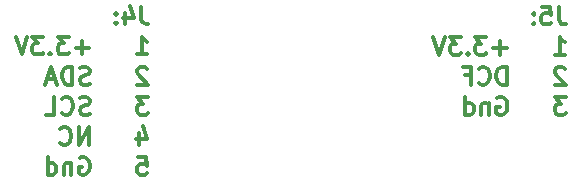
<source format=gbr>
G04 #@! TF.GenerationSoftware,KiCad,Pcbnew,(5.1.5)-3*
G04 #@! TF.CreationDate,2020-06-15T16:44:31+02:00*
G04 #@! TF.ProjectId,HB-RF-ETH,48422d52-462d-4455-9448-2e6b69636164,rev?*
G04 #@! TF.SameCoordinates,Original*
G04 #@! TF.FileFunction,Legend,Bot*
G04 #@! TF.FilePolarity,Positive*
%FSLAX46Y46*%
G04 Gerber Fmt 4.6, Leading zero omitted, Abs format (unit mm)*
G04 Created by KiCad (PCBNEW (5.1.5)-3) date 2020-06-15 16:44:31*
%MOMM*%
%LPD*%
G04 APERTURE LIST*
%ADD10C,0.300000*%
%ADD11R,1.800000X1.800000*%
%ADD12C,1.800000*%
%ADD13C,5.300000*%
%ADD14C,1.300000*%
%ADD15C,1.700000*%
%ADD16O,2.700000X1.500000*%
%ADD17C,0.100000*%
%ADD18C,3.450000*%
%ADD19C,1.900000*%
%ADD20R,1.900000X1.900000*%
%ADD21O,1.900000X1.900000*%
%ADD22O,1.290000X2.200000*%
%ADD23O,1.250000X1.800000*%
%ADD24C,0.750000*%
%ADD25R,2.800000X2.800000*%
%ADD26O,2.800000X2.800000*%
%ADD27C,2.200000*%
G04 APERTURE END LIST*
D10*
X141259285Y-96953571D02*
X141259285Y-98025000D01*
X141330714Y-98239285D01*
X141473571Y-98382142D01*
X141687857Y-98453571D01*
X141830714Y-98453571D01*
X139830714Y-96953571D02*
X140545000Y-96953571D01*
X140616428Y-97667857D01*
X140545000Y-97596428D01*
X140402142Y-97525000D01*
X140045000Y-97525000D01*
X139902142Y-97596428D01*
X139830714Y-97667857D01*
X139759285Y-97810714D01*
X139759285Y-98167857D01*
X139830714Y-98310714D01*
X139902142Y-98382142D01*
X140045000Y-98453571D01*
X140402142Y-98453571D01*
X140545000Y-98382142D01*
X140616428Y-98310714D01*
X139116428Y-98310714D02*
X139045000Y-98382142D01*
X139116428Y-98453571D01*
X139187857Y-98382142D01*
X139116428Y-98310714D01*
X139116428Y-98453571D01*
X139116428Y-97525000D02*
X139045000Y-97596428D01*
X139116428Y-97667857D01*
X139187857Y-97596428D01*
X139116428Y-97525000D01*
X139116428Y-97667857D01*
X140902142Y-101003571D02*
X141759285Y-101003571D01*
X141330714Y-101003571D02*
X141330714Y-99503571D01*
X141473571Y-99717857D01*
X141616428Y-99860714D01*
X141759285Y-99932142D01*
X136830714Y-100432142D02*
X135687857Y-100432142D01*
X136259285Y-101003571D02*
X136259285Y-99860714D01*
X135116428Y-99503571D02*
X134187857Y-99503571D01*
X134687857Y-100075000D01*
X134473571Y-100075000D01*
X134330714Y-100146428D01*
X134259285Y-100217857D01*
X134187857Y-100360714D01*
X134187857Y-100717857D01*
X134259285Y-100860714D01*
X134330714Y-100932142D01*
X134473571Y-101003571D01*
X134902142Y-101003571D01*
X135045000Y-100932142D01*
X135116428Y-100860714D01*
X133545000Y-100860714D02*
X133473571Y-100932142D01*
X133545000Y-101003571D01*
X133616428Y-100932142D01*
X133545000Y-100860714D01*
X133545000Y-101003571D01*
X132973571Y-99503571D02*
X132045000Y-99503571D01*
X132545000Y-100075000D01*
X132330714Y-100075000D01*
X132187857Y-100146428D01*
X132116428Y-100217857D01*
X132045000Y-100360714D01*
X132045000Y-100717857D01*
X132116428Y-100860714D01*
X132187857Y-100932142D01*
X132330714Y-101003571D01*
X132759285Y-101003571D01*
X132902142Y-100932142D01*
X132973571Y-100860714D01*
X131616428Y-99503571D02*
X131116428Y-101003571D01*
X130616428Y-99503571D01*
X141759285Y-102196428D02*
X141687857Y-102125000D01*
X141545000Y-102053571D01*
X141187857Y-102053571D01*
X141045000Y-102125000D01*
X140973571Y-102196428D01*
X140902142Y-102339285D01*
X140902142Y-102482142D01*
X140973571Y-102696428D01*
X141830714Y-103553571D01*
X140902142Y-103553571D01*
X136830714Y-103553571D02*
X136830714Y-102053571D01*
X136473571Y-102053571D01*
X136259285Y-102125000D01*
X136116428Y-102267857D01*
X136045000Y-102410714D01*
X135973571Y-102696428D01*
X135973571Y-102910714D01*
X136045000Y-103196428D01*
X136116428Y-103339285D01*
X136259285Y-103482142D01*
X136473571Y-103553571D01*
X136830714Y-103553571D01*
X134473571Y-103410714D02*
X134545000Y-103482142D01*
X134759285Y-103553571D01*
X134902142Y-103553571D01*
X135116428Y-103482142D01*
X135259285Y-103339285D01*
X135330714Y-103196428D01*
X135402142Y-102910714D01*
X135402142Y-102696428D01*
X135330714Y-102410714D01*
X135259285Y-102267857D01*
X135116428Y-102125000D01*
X134902142Y-102053571D01*
X134759285Y-102053571D01*
X134545000Y-102125000D01*
X134473571Y-102196428D01*
X133330714Y-102767857D02*
X133830714Y-102767857D01*
X133830714Y-103553571D02*
X133830714Y-102053571D01*
X133116428Y-102053571D01*
X141830714Y-104603571D02*
X140902142Y-104603571D01*
X141402142Y-105175000D01*
X141187857Y-105175000D01*
X141045000Y-105246428D01*
X140973571Y-105317857D01*
X140902142Y-105460714D01*
X140902142Y-105817857D01*
X140973571Y-105960714D01*
X141045000Y-106032142D01*
X141187857Y-106103571D01*
X141616428Y-106103571D01*
X141759285Y-106032142D01*
X141830714Y-105960714D01*
X136045000Y-104675000D02*
X136187857Y-104603571D01*
X136402142Y-104603571D01*
X136616428Y-104675000D01*
X136759285Y-104817857D01*
X136830714Y-104960714D01*
X136902142Y-105246428D01*
X136902142Y-105460714D01*
X136830714Y-105746428D01*
X136759285Y-105889285D01*
X136616428Y-106032142D01*
X136402142Y-106103571D01*
X136259285Y-106103571D01*
X136045000Y-106032142D01*
X135973571Y-105960714D01*
X135973571Y-105460714D01*
X136259285Y-105460714D01*
X135330714Y-105103571D02*
X135330714Y-106103571D01*
X135330714Y-105246428D02*
X135259285Y-105175000D01*
X135116428Y-105103571D01*
X134902142Y-105103571D01*
X134759285Y-105175000D01*
X134687857Y-105317857D01*
X134687857Y-106103571D01*
X133330714Y-106103571D02*
X133330714Y-104603571D01*
X133330714Y-106032142D02*
X133473571Y-106103571D01*
X133759285Y-106103571D01*
X133902142Y-106032142D01*
X133973571Y-105960714D01*
X134045000Y-105817857D01*
X134045000Y-105389285D01*
X133973571Y-105246428D01*
X133902142Y-105175000D01*
X133759285Y-105103571D01*
X133473571Y-105103571D01*
X133330714Y-105175000D01*
X105902485Y-96943571D02*
X105902485Y-98015000D01*
X105973914Y-98229285D01*
X106116771Y-98372142D01*
X106331057Y-98443571D01*
X106473914Y-98443571D01*
X104545342Y-97443571D02*
X104545342Y-98443571D01*
X104902485Y-96872142D02*
X105259628Y-97943571D01*
X104331057Y-97943571D01*
X103759628Y-98300714D02*
X103688200Y-98372142D01*
X103759628Y-98443571D01*
X103831057Y-98372142D01*
X103759628Y-98300714D01*
X103759628Y-98443571D01*
X103759628Y-97515000D02*
X103688200Y-97586428D01*
X103759628Y-97657857D01*
X103831057Y-97586428D01*
X103759628Y-97515000D01*
X103759628Y-97657857D01*
X105545342Y-100993571D02*
X106402485Y-100993571D01*
X105973914Y-100993571D02*
X105973914Y-99493571D01*
X106116771Y-99707857D01*
X106259628Y-99850714D01*
X106402485Y-99922142D01*
X101473914Y-100422142D02*
X100331057Y-100422142D01*
X100902485Y-100993571D02*
X100902485Y-99850714D01*
X99759628Y-99493571D02*
X98831057Y-99493571D01*
X99331057Y-100065000D01*
X99116771Y-100065000D01*
X98973914Y-100136428D01*
X98902485Y-100207857D01*
X98831057Y-100350714D01*
X98831057Y-100707857D01*
X98902485Y-100850714D01*
X98973914Y-100922142D01*
X99116771Y-100993571D01*
X99545342Y-100993571D01*
X99688200Y-100922142D01*
X99759628Y-100850714D01*
X98188200Y-100850714D02*
X98116771Y-100922142D01*
X98188200Y-100993571D01*
X98259628Y-100922142D01*
X98188200Y-100850714D01*
X98188200Y-100993571D01*
X97616771Y-99493571D02*
X96688200Y-99493571D01*
X97188200Y-100065000D01*
X96973914Y-100065000D01*
X96831057Y-100136428D01*
X96759628Y-100207857D01*
X96688200Y-100350714D01*
X96688200Y-100707857D01*
X96759628Y-100850714D01*
X96831057Y-100922142D01*
X96973914Y-100993571D01*
X97402485Y-100993571D01*
X97545342Y-100922142D01*
X97616771Y-100850714D01*
X96259628Y-99493571D02*
X95759628Y-100993571D01*
X95259628Y-99493571D01*
X106402485Y-102186428D02*
X106331057Y-102115000D01*
X106188200Y-102043571D01*
X105831057Y-102043571D01*
X105688200Y-102115000D01*
X105616771Y-102186428D01*
X105545342Y-102329285D01*
X105545342Y-102472142D01*
X105616771Y-102686428D01*
X106473914Y-103543571D01*
X105545342Y-103543571D01*
X101545342Y-103472142D02*
X101331057Y-103543571D01*
X100973914Y-103543571D01*
X100831057Y-103472142D01*
X100759628Y-103400714D01*
X100688200Y-103257857D01*
X100688200Y-103115000D01*
X100759628Y-102972142D01*
X100831057Y-102900714D01*
X100973914Y-102829285D01*
X101259628Y-102757857D01*
X101402485Y-102686428D01*
X101473914Y-102615000D01*
X101545342Y-102472142D01*
X101545342Y-102329285D01*
X101473914Y-102186428D01*
X101402485Y-102115000D01*
X101259628Y-102043571D01*
X100902485Y-102043571D01*
X100688200Y-102115000D01*
X100045342Y-103543571D02*
X100045342Y-102043571D01*
X99688200Y-102043571D01*
X99473914Y-102115000D01*
X99331057Y-102257857D01*
X99259628Y-102400714D01*
X99188200Y-102686428D01*
X99188200Y-102900714D01*
X99259628Y-103186428D01*
X99331057Y-103329285D01*
X99473914Y-103472142D01*
X99688200Y-103543571D01*
X100045342Y-103543571D01*
X98616771Y-103115000D02*
X97902485Y-103115000D01*
X98759628Y-103543571D02*
X98259628Y-102043571D01*
X97759628Y-103543571D01*
X106473914Y-104593571D02*
X105545342Y-104593571D01*
X106045342Y-105165000D01*
X105831057Y-105165000D01*
X105688200Y-105236428D01*
X105616771Y-105307857D01*
X105545342Y-105450714D01*
X105545342Y-105807857D01*
X105616771Y-105950714D01*
X105688200Y-106022142D01*
X105831057Y-106093571D01*
X106259628Y-106093571D01*
X106402485Y-106022142D01*
X106473914Y-105950714D01*
X101545342Y-106022142D02*
X101331057Y-106093571D01*
X100973914Y-106093571D01*
X100831057Y-106022142D01*
X100759628Y-105950714D01*
X100688200Y-105807857D01*
X100688200Y-105665000D01*
X100759628Y-105522142D01*
X100831057Y-105450714D01*
X100973914Y-105379285D01*
X101259628Y-105307857D01*
X101402485Y-105236428D01*
X101473914Y-105165000D01*
X101545342Y-105022142D01*
X101545342Y-104879285D01*
X101473914Y-104736428D01*
X101402485Y-104665000D01*
X101259628Y-104593571D01*
X100902485Y-104593571D01*
X100688200Y-104665000D01*
X99188200Y-105950714D02*
X99259628Y-106022142D01*
X99473914Y-106093571D01*
X99616771Y-106093571D01*
X99831057Y-106022142D01*
X99973914Y-105879285D01*
X100045342Y-105736428D01*
X100116771Y-105450714D01*
X100116771Y-105236428D01*
X100045342Y-104950714D01*
X99973914Y-104807857D01*
X99831057Y-104665000D01*
X99616771Y-104593571D01*
X99473914Y-104593571D01*
X99259628Y-104665000D01*
X99188200Y-104736428D01*
X97831057Y-106093571D02*
X98545342Y-106093571D01*
X98545342Y-104593571D01*
X105688200Y-107643571D02*
X105688200Y-108643571D01*
X106045342Y-107072142D02*
X106402485Y-108143571D01*
X105473914Y-108143571D01*
X101473914Y-108643571D02*
X101473914Y-107143571D01*
X100616771Y-108643571D01*
X100616771Y-107143571D01*
X99045342Y-108500714D02*
X99116771Y-108572142D01*
X99331057Y-108643571D01*
X99473914Y-108643571D01*
X99688200Y-108572142D01*
X99831057Y-108429285D01*
X99902485Y-108286428D01*
X99973914Y-108000714D01*
X99973914Y-107786428D01*
X99902485Y-107500714D01*
X99831057Y-107357857D01*
X99688200Y-107215000D01*
X99473914Y-107143571D01*
X99331057Y-107143571D01*
X99116771Y-107215000D01*
X99045342Y-107286428D01*
X105616771Y-109693571D02*
X106331057Y-109693571D01*
X106402485Y-110407857D01*
X106331057Y-110336428D01*
X106188200Y-110265000D01*
X105831057Y-110265000D01*
X105688200Y-110336428D01*
X105616771Y-110407857D01*
X105545342Y-110550714D01*
X105545342Y-110907857D01*
X105616771Y-111050714D01*
X105688200Y-111122142D01*
X105831057Y-111193571D01*
X106188200Y-111193571D01*
X106331057Y-111122142D01*
X106402485Y-111050714D01*
X100688200Y-109765000D02*
X100831057Y-109693571D01*
X101045342Y-109693571D01*
X101259628Y-109765000D01*
X101402485Y-109907857D01*
X101473914Y-110050714D01*
X101545342Y-110336428D01*
X101545342Y-110550714D01*
X101473914Y-110836428D01*
X101402485Y-110979285D01*
X101259628Y-111122142D01*
X101045342Y-111193571D01*
X100902485Y-111193571D01*
X100688200Y-111122142D01*
X100616771Y-111050714D01*
X100616771Y-110550714D01*
X100902485Y-110550714D01*
X99973914Y-110193571D02*
X99973914Y-111193571D01*
X99973914Y-110336428D02*
X99902485Y-110265000D01*
X99759628Y-110193571D01*
X99545342Y-110193571D01*
X99402485Y-110265000D01*
X99331057Y-110407857D01*
X99331057Y-111193571D01*
X97973914Y-111193571D02*
X97973914Y-109693571D01*
X97973914Y-111122142D02*
X98116771Y-111193571D01*
X98402485Y-111193571D01*
X98545342Y-111122142D01*
X98616771Y-111050714D01*
X98688200Y-110907857D01*
X98688200Y-110479285D01*
X98616771Y-110336428D01*
X98545342Y-110265000D01*
X98402485Y-110193571D01*
X98116771Y-110193571D01*
X97973914Y-110265000D01*
%LPC*%
D11*
X138176000Y-112014000D03*
D12*
X138176000Y-108514000D03*
D13*
X141500000Y-116500000D03*
X141500000Y-67500000D03*
X83500000Y-67500000D03*
X83500000Y-116500000D03*
D14*
X163000000Y-117000000D03*
X163000000Y-67000000D03*
X85000000Y-113000000D03*
D15*
X160280000Y-103125000D03*
X160280000Y-105665000D03*
X160280000Y-116375000D03*
X160280000Y-113835000D03*
X149850000Y-104035000D03*
X147310000Y-105305000D03*
D16*
X153150000Y-117625000D03*
D15*
X149850000Y-106575000D03*
D16*
X153150000Y-101875000D03*
D15*
X147310000Y-107845000D03*
X149850000Y-109115000D03*
X147310000Y-110385000D03*
X149850000Y-111655000D03*
X147310000Y-112925000D03*
X149850000Y-114195000D03*
D17*
G36*
X147903927Y-114616367D02*
G01*
X147931486Y-114620455D01*
X147958512Y-114627225D01*
X147984744Y-114636611D01*
X148009930Y-114648523D01*
X148033826Y-114662846D01*
X148056204Y-114679442D01*
X148076848Y-114698152D01*
X148095558Y-114718796D01*
X148112154Y-114741174D01*
X148126477Y-114765070D01*
X148138389Y-114790256D01*
X148147775Y-114816488D01*
X148154545Y-114843514D01*
X148158633Y-114871073D01*
X148160000Y-114898900D01*
X148160000Y-116031100D01*
X148158633Y-116058927D01*
X148154545Y-116086486D01*
X148147775Y-116113512D01*
X148138389Y-116139744D01*
X148126477Y-116164930D01*
X148112154Y-116188826D01*
X148095558Y-116211204D01*
X148076848Y-116231848D01*
X148056204Y-116250558D01*
X148033826Y-116267154D01*
X148009930Y-116281477D01*
X147984744Y-116293389D01*
X147958512Y-116302775D01*
X147931486Y-116309545D01*
X147903927Y-116313633D01*
X147876100Y-116315000D01*
X146743900Y-116315000D01*
X146716073Y-116313633D01*
X146688514Y-116309545D01*
X146661488Y-116302775D01*
X146635256Y-116293389D01*
X146610070Y-116281477D01*
X146586174Y-116267154D01*
X146563796Y-116250558D01*
X146543152Y-116231848D01*
X146524442Y-116211204D01*
X146507846Y-116188826D01*
X146493523Y-116164930D01*
X146481611Y-116139744D01*
X146472225Y-116113512D01*
X146465455Y-116086486D01*
X146461367Y-116058927D01*
X146460000Y-116031100D01*
X146460000Y-114898900D01*
X146461367Y-114871073D01*
X146465455Y-114843514D01*
X146472225Y-114816488D01*
X146481611Y-114790256D01*
X146493523Y-114765070D01*
X146507846Y-114741174D01*
X146524442Y-114718796D01*
X146543152Y-114698152D01*
X146563796Y-114679442D01*
X146586174Y-114662846D01*
X146610070Y-114648523D01*
X146635256Y-114636611D01*
X146661488Y-114627225D01*
X146688514Y-114620455D01*
X146716073Y-114616367D01*
X146743900Y-114615000D01*
X147876100Y-114615000D01*
X147903927Y-114616367D01*
G37*
D18*
X156200000Y-104035000D03*
X156200000Y-115465000D03*
D19*
X160871000Y-84963000D03*
X158331000Y-84963000D03*
X155791000Y-84963000D03*
X120231000Y-84963000D03*
X117691000Y-84963000D03*
X115151000Y-84963000D03*
D20*
X112611000Y-84963000D03*
X88370000Y-68770000D03*
D21*
X88370000Y-66230000D03*
X90910000Y-68770000D03*
X90910000Y-66230000D03*
X93450000Y-68770000D03*
X93450000Y-66230000D03*
X95990000Y-68770000D03*
X95990000Y-66230000D03*
X98530000Y-68770000D03*
X98530000Y-66230000D03*
X101070000Y-68770000D03*
X101070000Y-66230000D03*
X103610000Y-68770000D03*
X103610000Y-66230000D03*
X106150000Y-68770000D03*
X106150000Y-66230000D03*
X108690000Y-68770000D03*
X108690000Y-66230000D03*
X111230000Y-68770000D03*
X111230000Y-66230000D03*
X113770000Y-68770000D03*
X113770000Y-66230000D03*
X116310000Y-68770000D03*
X116310000Y-66230000D03*
X118850000Y-68770000D03*
X118850000Y-66230000D03*
X121390000Y-68770000D03*
X121390000Y-66230000D03*
X123930000Y-68770000D03*
X123930000Y-66230000D03*
X126470000Y-68770000D03*
X126470000Y-66230000D03*
X129010000Y-68770000D03*
X129010000Y-66230000D03*
X131550000Y-68770000D03*
X131550000Y-66230000D03*
X134090000Y-68770000D03*
X134090000Y-66230000D03*
X136630000Y-68770000D03*
X136630000Y-66230000D03*
D22*
X94200000Y-117850000D03*
X87000000Y-117850000D03*
D23*
X87000000Y-114400000D03*
X94200000Y-114400000D03*
D24*
X92600000Y-115700000D03*
X88600000Y-115700000D03*
D11*
X159639000Y-72517000D03*
D12*
X159639000Y-69017000D03*
D25*
X156337000Y-95250000D03*
D26*
X161417000Y-95250000D03*
D27*
X152709000Y-73406000D03*
X148209000Y-73406000D03*
X152709000Y-66906000D03*
X148209000Y-66906000D03*
D20*
X107137200Y-117906800D03*
D21*
X104597200Y-117906800D03*
X102057200Y-117906800D03*
X99517200Y-117906800D03*
X96977200Y-117906800D03*
D20*
X131445000Y-117475000D03*
D21*
X133985000Y-117475000D03*
X136525000Y-117475000D03*
M02*

</source>
